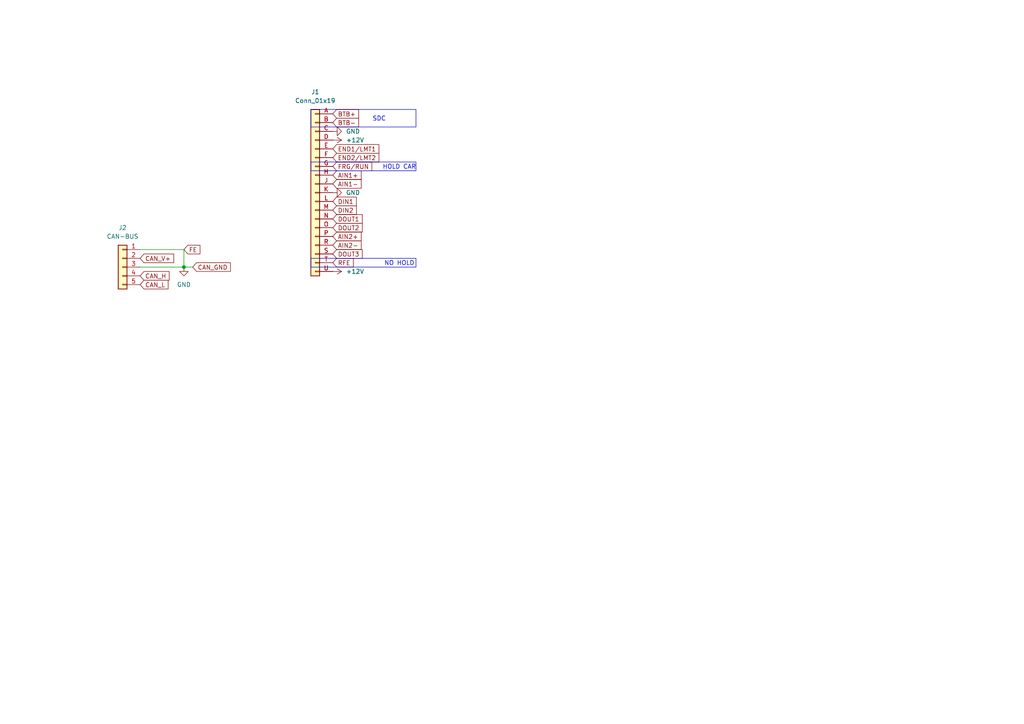
<source format=kicad_sch>
(kicad_sch (version 20250114) (generator "eeschema") (generator_version "9.0")
  (paper "A4")
  (lib_symbols
    (symbol "Connector_Generic:Conn_01x05" (pin_names (offset 1.016) (hide yes))
      (property "Reference" "J" (at 0 7.62 0))
      (property "Value" "Conn_01x05" (at 0 -7.62 0))
      (symbol "Conn_01x05_1_1"
        (rectangle (start -1.27 6.35) (end 1.27 -6.35) (stroke (width 0.254)) (fill (type background)))
        (rectangle (start -1.27 5.207) (end 0 4.953) (stroke (width 0.1524)))
        (rectangle (start -1.27 2.667) (end 0 2.413) (stroke (width 0.1524)))
        (rectangle (start -1.27 0.127) (end 0 -0.127) (stroke (width 0.1524)))
        (rectangle (start -1.27 -2.413) (end 0 -2.667) (stroke (width 0.1524)))
        (rectangle (start -1.27 -4.953) (end 0 -5.207) (stroke (width 0.1524)))
        (pin passive line (at -5.08 5.08 0) (length 3.81) (name "Pin_1") (number "1"))
        (pin passive line (at -5.08 2.54 0) (length 3.81) (name "Pin_2") (number "2"))
        (pin passive line (at -5.08 0 0) (length 3.81) (name "Pin_3") (number "3"))
        (pin passive line (at -5.08 -2.54 0) (length 3.81) (name "Pin_4") (number "4"))
        (pin passive line (at -5.08 -5.08 0) (length 3.81) (name "Pin_5") (number "5"))
      )
    )
    (symbol "Connector_Generic:Conn_01x19" (pin_names (offset 1.016) (hide yes))
      (property "Reference" "J1" (at 0 29.21 0))
      (property "Value" "Conn_01x19" (at 0 26.67 0))
      (symbol "Conn_01x19_1_1"
        (rectangle (start -1.27 24.13) (end 1.27 -24.13) (stroke (width 0.254)) (fill (type background)))
        (rectangle (start -1.27 22.987) (end 0 22.733) (stroke (width 0.1524)))
        (rectangle (start -1.27 20.447) (end 0 20.193) (stroke (width 0.1524)))
        (rectangle (start -1.27 17.907) (end 0 17.653) (stroke (width 0.1524)))
        (rectangle (start -1.27 15.367) (end 0 15.113) (stroke (width 0.1524)))
        (rectangle (start -1.27 12.827) (end 0 12.573) (stroke (width 0.1524)))
        (rectangle (start -1.27 10.287) (end 0 10.033) (stroke (width 0.1524)))
        (rectangle (start -1.27 7.747) (end 0 7.493) (stroke (width 0.1524)))
        (rectangle (start -1.27 5.207) (end 0 4.953) (stroke (width 0.1524)))
        (rectangle (start -1.27 2.667) (end 0 2.413) (stroke (width 0.1524)))
        (rectangle (start -1.27 0.127) (end 0 -0.127) (stroke (width 0.1524)))
        (rectangle (start -1.27 -2.413) (end 0 -2.667) (stroke (width 0.1524)))
        (rectangle (start -1.27 -4.953) (end 0 -5.207) (stroke (width 0.1524)))
        (rectangle (start -1.27 -7.493) (end 0 -7.747) (stroke (width 0.1524)))
        (rectangle (start -1.27 -10.033) (end 0 -10.287) (stroke (width 0.1524)))
        (rectangle (start -1.27 -12.573) (end 0 -12.827) (stroke (width 0.1524)))
        (rectangle (start -1.27 -15.113) (end 0 -15.367) (stroke (width 0.1524)))
        (rectangle (start -1.27 -17.653) (end 0 -17.907) (stroke (width 0.1524)))
        (rectangle (start -1.27 -20.193) (end 0 -20.447) (stroke (width 0.1524)))
        (rectangle (start -1.27 -22.733) (end 0 -22.987) (stroke (width 0.1524)))
        (pin passive line (at -5.08 22.86 0) (length 3.81) (name "Pin_1") (number "A"))
        (pin passive line (at -5.08 20.32 0) (length 3.81) (name "2") (number "B"))
        (pin passive line (at -5.08 17.78 0) (length 3.81) (name "Pin_3") (number "C"))
        (pin passive line (at -5.08 15.24 0) (length 3.81) (name "Pin_4") (number "D"))
        (pin passive line (at -5.08 12.7 0) (length 3.81) (name "Pin_5") (number "E"))
        (pin passive line (at -5.08 10.16 0) (length 3.81) (name "Pin_6") (number "F"))
        (pin passive line (at -5.08 7.62 0) (length 3.81) (name "Pin_7") (number "G"))
        (pin passive line (at -5.08 5.08 0) (length 3.81) (name "Pin_8") (number "H"))
        (pin passive line (at -5.08 2.54 0) (length 3.81) (name "Pin_9") (number "J"))
        (pin passive line (at -5.08 0 0) (length 3.81) (name "Pin_10") (number "K"))
        (pin passive line (at -5.08 -2.54 0) (length 3.81) (name "Pin_11") (number "L"))
        (pin passive line (at -5.08 -5.08 0) (length 3.81) (name "Pin_12") (number "M"))
        (pin passive line (at -5.08 -7.62 0) (length 3.81) (name "Pin_13") (number "N"))
        (pin passive line (at -5.08 -10.16 0) (length 3.81) (name "Pin_14") (number "O"))
        (pin passive line (at -5.08 -12.7 0) (length 3.81) (name "Pin_15") (number "P"))
        (pin passive line (at -5.08 -15.24 0) (length 3.81) (name "Pin_16") (number "R"))
        (pin passive line (at -5.08 -17.78 0) (length 3.81) (name "Pin_17") (number "S"))
        (pin passive line (at -5.08 -20.32 0) (length 3.81) (name "Pin_18") (number "T"))
        (pin passive line (at -5.08 -22.86 0) (length 3.81) (name "Pin_19") (number "U"))
      )
    )
    (symbol "power:+12V" (power) (pin_numbers (hide yes)) (pin_names (offset 0) (hide yes))
      (property "Value" "+12V" (at 0 3.556 0))
      (symbol "+12V_0_1"
        (polyline (pts (xy -0.762 1.27) (xy 0 2.54)))
        (polyline (pts (xy 0 2.54) (xy 0.762 1.27)))
        (polyline (pts (xy 0 0) (xy 0 2.54)))
      )
      (symbol "+12V_1_1"
        (pin power_in line (at 0 0 90) (length 0) (name "~") (number "1"))
      )
    )
    (symbol "power:GND" (power) (pin_numbers (hide yes)) (pin_names (offset 0) (hide yes))
      (property "Value" "GND" (at 0 -3.81 0))
      (symbol "GND_0_1"
        (polyline (pts (xy 0 0) (xy 0 -1.27) (xy 1.27 -1.27) (xy 0 -2.54) (xy -1.27 -1.27) (xy 0 -1.27)))
      )
      (symbol "GND_1_1"
        (pin power_in line (at 0 0 270) (length 0) (name "~") (number "1"))
      )
    )
  )
  (rectangle (start 90.17 31.75) (end 120.65 36.83))
  (rectangle (start 90.17 46.99) (end 120.65 49.53))
  (rectangle (start 90.17 74.93) (end 120.65 77.47))
  (text "NO HOLD" (at 115.824 76.454 0) (effects (font (size 1.27 1.27))))
  (text "HOLD CAR" (at 115.824 48.514 0) (effects (font (size 1.27 1.27))))
  (text "SDC" (at 109.982 34.544 0) (effects (font (size 1.27 1.27))))
  (junction (at 53.34 77.47))
  (wire (pts (xy 53.34 77.47) (xy 40.64 77.47)))
  (wire (pts (xy 40.64 72.39) (xy 53.34 72.39)))
  (wire (pts (xy 55.88 77.47) (xy 53.34 77.47)))
  (wire (pts (xy 53.34 72.39) (xy 53.34 77.47)))
  (global_label "DOUT1" (shape input) (at 96.52 63.5 0) (property "Intersheetrefs" "${INTERSHEET_REFS}" (effects (hide yes))))
  (global_label "CAN_L" (shape input) (at 40.64 82.55 0) (property "Intersheetrefs" "${INTERSHEET_REFS}" (effects (hide yes))))
  (global_label "RFE" (shape input) (at 96.52 76.2 0) (property "Intersheetrefs" "${INTERSHEET_REFS}" (effects (hide yes))))
  (global_label "BTB-" (shape input) (at 96.52 35.56 0) (property "Intersheetrefs" "${INTERSHEET_REFS}" (effects (hide yes))))
  (global_label "FE" (shape input) (at 53.34 72.39 0) (property "Intersheetrefs" "${INTERSHEET_REFS}" (effects (hide yes))))
  (global_label "CAN_GND" (shape input) (at 55.88 77.47 0) (property "Intersheetrefs" "${INTERSHEET_REFS}" (effects (hide yes))))
  (global_label "AIN1+" (shape input) (at 96.52 50.8 0) (property "Intersheetrefs" "${INTERSHEET_REFS}" (effects (hide yes))))
  (global_label "BTB+" (shape input) (at 96.52 33.02 0) (property "Intersheetrefs" "${INTERSHEET_REFS}" (effects (hide yes))))
  (global_label "CAN_H" (shape input) (at 40.64 80.01 0) (property "Intersheetrefs" "${INTERSHEET_REFS}" (effects (hide yes))))
  (global_label "END1{slash}LMT1" (shape input) (at 96.52 43.18 0) (property "Intersheetrefs" "${INTERSHEET_REFS}" (effects (hide yes))))
  (global_label "DOUT2" (shape input) (at 96.52 66.04 0) (property "Intersheetrefs" "${INTERSHEET_REFS}" (effects (hide yes))))
  (global_label "END2{slash}LMT2" (shape input) (at 96.52 45.72 0) (property "Intersheetrefs" "${INTERSHEET_REFS}" (effects (hide yes))))
  (global_label "AIN2-" (shape input) (at 96.52 71.12 0) (property "Intersheetrefs" "${INTERSHEET_REFS}" (effects (hide yes))))
  (global_label "AIN2+" (shape input) (at 96.52 68.58 0) (property "Intersheetrefs" "${INTERSHEET_REFS}" (effects (hide yes))))
  (global_label "DIN1" (shape input) (at 96.52 58.42 0) (property "Intersheetrefs" "${INTERSHEET_REFS}" (effects (hide yes))))
  (global_label "DIN2" (shape input) (at 96.52 60.96 0) (property "Intersheetrefs" "${INTERSHEET_REFS}" (effects (hide yes))))
  (global_label "FRG{slash}RUN" (shape input) (at 96.52 48.26 0) (property "Intersheetrefs" "${INTERSHEET_REFS}" (effects (hide yes))))
  (global_label "CAN_V+" (shape input) (at 40.64 74.93 0) (property "Intersheetrefs" "${INTERSHEET_REFS}" (effects (hide yes))))
  (global_label "DOUT3" (shape input) (at 96.52 73.66 0) (property "Intersheetrefs" "${INTERSHEET_REFS}" (effects (hide yes))))
  (global_label "AIN1-" (shape input) (at 96.52 53.34 0) (property "Intersheetrefs" "${INTERSHEET_REFS}" (effects (hide yes))))
  (symbol (lib_id "power:GND") (at 96.52 38.1 90) (unit 1)
    (property "Reference" "#PWR03" (effects (hide yes)))
    (property "Value" "GND" (at 100.33 38.0999 90) (effects (justify right)))
    (property "Description" "Power symbol creates a global label with name \"GND\" , ground" (effects (hide yes)))
  )
  (symbol (lib_id "power:+12V") (at 96.52 40.64 270) (unit 1)
    (property "Reference" "#PWR02" (effects (hide yes)))
    (property "Value" "+12V" (at 100.33 40.6399 90) (effects (justify left)))
    (property "Description" "Power symbol creates a global label with name \"+12V\"" (effects (hide yes)))
  )
  (symbol (lib_id "power:GND") (at 53.34 77.47 0) (unit 1)
    (property "Reference" "#PWR01" (effects (hide yes)))
    (property "Value" "GND" (at 53.34 82.55 0))
    (property "Description" "Power symbol creates a global label with name \"GND\" , ground" (effects (hide yes)))
  )
  (symbol (lib_id "power:+12V") (at 96.52 78.74 270) (unit 1)
    (property "Reference" "#PWR05" (effects (hide yes)))
    (property "Value" "+12V" (at 100.33 78.7399 90) (effects (justify left)))
    (property "Description" "Power symbol creates a global label with name \"+12V\"" (effects (hide yes)))
  )
  (symbol (lib_id "power:GND") (at 96.52 55.88 90) (unit 1)
    (property "Reference" "#PWR04" (effects (hide yes)))
    (property "Value" "GND" (at 100.33 55.8799 90) (effects (justify right)))
    (property "Description" "Power symbol creates a global label with name \"GND\" , ground" (effects (hide yes)))
  )
  (symbol (lib_id "Connector_Generic:Conn_01x05") (at 35.56 77.47 0) (mirror y) (unit 1)
    (property "Reference" "J2" (at 35.56 66.04 0))
    (property "Value" "CAN-BUS" (at 35.56 68.58 0))
    (property "Description" "Generic connector, single row, 01x05, script generated (kicad-library-utils/schlib/autogen/connector/)" (effects (hide yes)))
  )
  (symbol (lib_id "Connector_Generic:Conn_01x19") (at 91.44 55.88 0) (mirror y) (unit 1)
    (property "Reference" "J1" (at 91.44 26.67 0))
    (property "Value" "Conn_01x19" (at 91.44 29.21 0))
    (property "Description" "Generic connector, single row, 01x19, script generated (kicad-library-utils/schlib/autogen/connector/)" (effects (hide yes)))
  )
)
</source>
